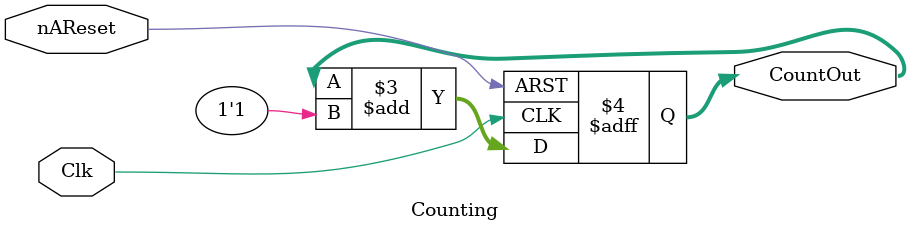
<source format=v>
module Counting(Clk,nAReset,CountOut);
input Clk,nAReset;
output reg [2:0] CountOut;
always@(posedge Clk or negedge nAReset)
	if (nAReset == 1'b0)
	   CountOut[2:0]<=1'b0;
	else
	   CountOut[2:0]<=CountOut[2:0]+1'b1;
endmodule 
		
</source>
